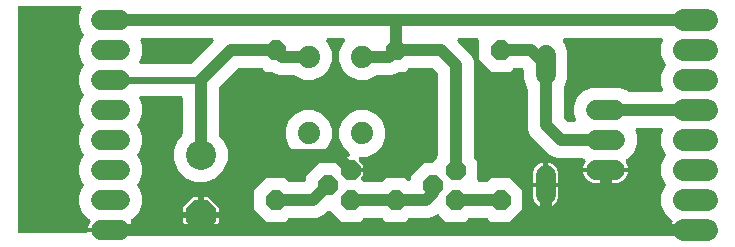
<source format=gbr>
From c3ca4f95bd59f69d45e582a4149327f57a360760 Mon Sep 17 00:00:00 2001
From: jaseg <git@jaseg.de>
Date: Sun, 30 Jan 2022 20:11:38 +0100
Subject: Rename gerbonara/gerber package to just gerbonara

---
 .../tests/resources/eagle-newer/copper_bottom.gbr  | 3030 --------------------
 1 file changed, 3030 deletions(-)
 delete mode 100644 gerbonara/gerber/tests/resources/eagle-newer/copper_bottom.gbr

(limited to 'gerbonara/gerber/tests/resources/eagle-newer/copper_bottom.gbr')

diff --git a/gerbonara/gerber/tests/resources/eagle-newer/copper_bottom.gbr b/gerbonara/gerber/tests/resources/eagle-newer/copper_bottom.gbr
deleted file mode 100644
index f1675de..0000000
--- a/gerbonara/gerber/tests/resources/eagle-newer/copper_bottom.gbr
+++ /dev/null
@@ -1,3030 +0,0 @@
-G04 EAGLE Gerber X2 export*
-G04 #@! %TF.Part,Single*
-G04 #@! %TF.FileFunction,Copper,L2,Bot,Mixed*
-G04 #@! %TF.FilePolarity,Positive*
-G04 #@! %TF.GenerationSoftware,Autodesk,EAGLE,9.0.0*
-G04 #@! %TF.CreationDate,2019-08-08T19:20:38Z*
-G75*
-%MOMM*%
-%FSLAX34Y34*%
-%LPD*%
-%AMOC8*
-5,1,8,0,0,1.08239X$1,22.5*%
-G01*
-%ADD10P,1.814519X8X112.500000*%
-%ADD11C,2.540000*%
-%ADD12P,2.749271X8X292.500000*%
-%ADD13P,1.814519X8X292.500000*%
-%ADD14C,1.676400*%
-%ADD15C,1.879600*%
-%ADD16C,1.879600*%
-%ADD17C,1.016000*%
-%ADD18C,0.609600*%
-
-G36*
-X67582Y10163D02*
-X67582Y10163D01*
-X67600Y10161D01*
-X67782Y10182D01*
-X67965Y10201D01*
-X67982Y10206D01*
-X67999Y10208D01*
-X68174Y10265D01*
-X68350Y10319D01*
-X68365Y10327D01*
-X68382Y10333D01*
-X68542Y10423D01*
-X68704Y10511D01*
-X68717Y10522D01*
-X68733Y10531D01*
-X68872Y10651D01*
-X68893Y10669D01*
-X88900Y10669D01*
-X108902Y10669D01*
-X108983Y10606D01*
-X109126Y10491D01*
-X109142Y10483D01*
-X109156Y10472D01*
-X109321Y10390D01*
-X109483Y10305D01*
-X109500Y10300D01*
-X109516Y10292D01*
-X109695Y10245D01*
-X109870Y10194D01*
-X109888Y10192D01*
-X109905Y10188D01*
-X110236Y10161D01*
-X153882Y10161D01*
-X153891Y10162D01*
-X153900Y10161D01*
-X154091Y10182D01*
-X154282Y10201D01*
-X154291Y10203D01*
-X154300Y10204D01*
-X154482Y10262D01*
-X154667Y10319D01*
-X154675Y10323D01*
-X154684Y10326D01*
-X154852Y10419D01*
-X155021Y10511D01*
-X155028Y10516D01*
-X155036Y10521D01*
-X155183Y10645D01*
-X155331Y10768D01*
-X155336Y10775D01*
-X155343Y10781D01*
-X155462Y10932D01*
-X155583Y11082D01*
-X155587Y11090D01*
-X155593Y11097D01*
-X155680Y11270D01*
-X155768Y11439D01*
-X155771Y11448D01*
-X155775Y11456D01*
-X155827Y11642D01*
-X155880Y11826D01*
-X155881Y11835D01*
-X155883Y11844D01*
-X155897Y12037D01*
-X155913Y12228D01*
-X155912Y12236D01*
-X155912Y12245D01*
-X155888Y12438D01*
-X155866Y12627D01*
-X155863Y12636D01*
-X155862Y12645D01*
-X155801Y12828D01*
-X155741Y13010D01*
-X155737Y13018D01*
-X155734Y13026D01*
-X155638Y13193D01*
-X155543Y13361D01*
-X155537Y13368D01*
-X155533Y13375D01*
-X155318Y13628D01*
-X149859Y19087D01*
-X149859Y22861D01*
-X162561Y22861D01*
-X162561Y12192D01*
-X162562Y12174D01*
-X162561Y12156D01*
-X162582Y11974D01*
-X162601Y11791D01*
-X162606Y11774D01*
-X162608Y11757D01*
-X162665Y11582D01*
-X162719Y11406D01*
-X162727Y11391D01*
-X162733Y11374D01*
-X162823Y11214D01*
-X162910Y11052D01*
-X162922Y11039D01*
-X162931Y11023D01*
-X163051Y10884D01*
-X163168Y10743D01*
-X163182Y10732D01*
-X163194Y10718D01*
-X163339Y10606D01*
-X163482Y10491D01*
-X163498Y10483D01*
-X163512Y10472D01*
-X163677Y10390D01*
-X163839Y10305D01*
-X163856Y10300D01*
-X163872Y10292D01*
-X164051Y10245D01*
-X164226Y10194D01*
-X164244Y10192D01*
-X164261Y10188D01*
-X164592Y10161D01*
-X165608Y10161D01*
-X165626Y10163D01*
-X165644Y10161D01*
-X165826Y10182D01*
-X166009Y10201D01*
-X166026Y10206D01*
-X166043Y10208D01*
-X166218Y10265D01*
-X166394Y10319D01*
-X166409Y10327D01*
-X166426Y10333D01*
-X166586Y10423D01*
-X166748Y10511D01*
-X166761Y10522D01*
-X166777Y10531D01*
-X166916Y10651D01*
-X167057Y10768D01*
-X167068Y10782D01*
-X167082Y10794D01*
-X167194Y10939D01*
-X167309Y11082D01*
-X167317Y11098D01*
-X167328Y11112D01*
-X167410Y11276D01*
-X167495Y11439D01*
-X167500Y11456D01*
-X167508Y11472D01*
-X167555Y11651D01*
-X167606Y11826D01*
-X167608Y11844D01*
-X167612Y11861D01*
-X167639Y12192D01*
-X167639Y22861D01*
-X180341Y22861D01*
-X180341Y19087D01*
-X174882Y13628D01*
-X174876Y13621D01*
-X174869Y13616D01*
-X174749Y13466D01*
-X174627Y13317D01*
-X174623Y13309D01*
-X174617Y13302D01*
-X174529Y13132D01*
-X174438Y12961D01*
-X174436Y12952D01*
-X174432Y12945D01*
-X174378Y12760D01*
-X174323Y12575D01*
-X174323Y12566D01*
-X174320Y12558D01*
-X174305Y12366D01*
-X174287Y12174D01*
-X174288Y12165D01*
-X174287Y12156D01*
-X174309Y11967D01*
-X174330Y11774D01*
-X174333Y11765D01*
-X174334Y11757D01*
-X174394Y11575D01*
-X174452Y11390D01*
-X174456Y11382D01*
-X174459Y11374D01*
-X174555Y11204D01*
-X174647Y11038D01*
-X174653Y11031D01*
-X174657Y11023D01*
-X174783Y10877D01*
-X174907Y10731D01*
-X174914Y10725D01*
-X174920Y10718D01*
-X175072Y10601D01*
-X175223Y10481D01*
-X175231Y10477D01*
-X175238Y10472D01*
-X175410Y10386D01*
-X175582Y10299D01*
-X175591Y10296D01*
-X175599Y10292D01*
-X175785Y10242D01*
-X175970Y10191D01*
-X175979Y10190D01*
-X175988Y10188D01*
-X176318Y10161D01*
-X583692Y10161D01*
-X583710Y10163D01*
-X583727Y10161D01*
-X583910Y10182D01*
-X584092Y10201D01*
-X584109Y10206D01*
-X584127Y10208D01*
-X584302Y10265D01*
-X584477Y10319D01*
-X584493Y10327D01*
-X584510Y10333D01*
-X584670Y10423D01*
-X584831Y10511D01*
-X584845Y10522D01*
-X584861Y10531D01*
-X585000Y10651D01*
-X585141Y10768D01*
-X585152Y10782D01*
-X585165Y10794D01*
-X585278Y10939D01*
-X585393Y11082D01*
-X585401Y11098D01*
-X585412Y11112D01*
-X585494Y11276D01*
-X585578Y11439D01*
-X585583Y11456D01*
-X585591Y11472D01*
-X585639Y11651D01*
-X585690Y11826D01*
-X585691Y11844D01*
-X585696Y11861D01*
-X585723Y12192D01*
-X585723Y13208D01*
-X585721Y13226D01*
-X585723Y13244D01*
-X585701Y13426D01*
-X585683Y13609D01*
-X585678Y13626D01*
-X585676Y13643D01*
-X585619Y13818D01*
-X585565Y13994D01*
-X585557Y14009D01*
-X585551Y14026D01*
-X585461Y14186D01*
-X585373Y14348D01*
-X585362Y14361D01*
-X585353Y14377D01*
-X585233Y14516D01*
-X585115Y14657D01*
-X585102Y14668D01*
-X585090Y14682D01*
-X584945Y14794D01*
-X584802Y14909D01*
-X584786Y14917D01*
-X584772Y14928D01*
-X584607Y15010D01*
-X584444Y15095D01*
-X584427Y15100D01*
-X584411Y15108D01*
-X584233Y15155D01*
-X584058Y15206D01*
-X584040Y15208D01*
-X584023Y15212D01*
-X583692Y15239D01*
-X563117Y15239D01*
-X563157Y15496D01*
-X563738Y17283D01*
-X564520Y18818D01*
-X564555Y18909D01*
-X564600Y18995D01*
-X564628Y19096D01*
-X564666Y19193D01*
-X564683Y19289D01*
-X564710Y19383D01*
-X564718Y19487D01*
-X564736Y19589D01*
-X564733Y19687D01*
-X564741Y19784D01*
-X564728Y19888D01*
-X564726Y19992D01*
-X564704Y20087D01*
-X564692Y20184D01*
-X564659Y20283D01*
-X564636Y20384D01*
-X564596Y20473D01*
-X564566Y20566D01*
-X564514Y20657D01*
-X564471Y20752D01*
-X564415Y20831D01*
-X564366Y20916D01*
-X564298Y20994D01*
-X564237Y21079D01*
-X564166Y21146D01*
-X564102Y21219D01*
-X564019Y21283D01*
-X563943Y21354D01*
-X563860Y21405D01*
-X563783Y21465D01*
-X563771Y21471D01*
-X558221Y27021D01*
-X555243Y34209D01*
-X555243Y41991D01*
-X558221Y49179D01*
-X558405Y49364D01*
-X558417Y49377D01*
-X558430Y49389D01*
-X558544Y49533D01*
-X558660Y49675D01*
-X558669Y49691D01*
-X558680Y49705D01*
-X558763Y49869D01*
-X558849Y50031D01*
-X558854Y50048D01*
-X558862Y50064D01*
-X558912Y50241D01*
-X558964Y50417D01*
-X558965Y50434D01*
-X558970Y50452D01*
-X558984Y50635D01*
-X559000Y50818D01*
-X558998Y50835D01*
-X559000Y50853D01*
-X558977Y51036D01*
-X558957Y51218D01*
-X558952Y51235D01*
-X558949Y51253D01*
-X558891Y51427D01*
-X558835Y51602D01*
-X558827Y51617D01*
-X558821Y51634D01*
-X558729Y51794D01*
-X558641Y51954D01*
-X558629Y51968D01*
-X558620Y51983D01*
-X558405Y52236D01*
-X558221Y52421D01*
-X555243Y59609D01*
-X555243Y67391D01*
-X558221Y74579D01*
-X558405Y74764D01*
-X558417Y74777D01*
-X558430Y74789D01*
-X558544Y74933D01*
-X558660Y75075D01*
-X558669Y75091D01*
-X558680Y75105D01*
-X558763Y75269D01*
-X558849Y75431D01*
-X558854Y75448D01*
-X558862Y75464D01*
-X558912Y75641D01*
-X558964Y75817D01*
-X558965Y75834D01*
-X558970Y75852D01*
-X558984Y76035D01*
-X559000Y76218D01*
-X558998Y76235D01*
-X559000Y76253D01*
-X558977Y76436D01*
-X558957Y76618D01*
-X558952Y76635D01*
-X558949Y76653D01*
-X558891Y76827D01*
-X558835Y77002D01*
-X558827Y77017D01*
-X558821Y77034D01*
-X558729Y77194D01*
-X558641Y77354D01*
-X558629Y77368D01*
-X558620Y77383D01*
-X558405Y77636D01*
-X558221Y77821D01*
-X555243Y85009D01*
-X555243Y92790D01*
-X556677Y96251D01*
-X556680Y96264D01*
-X556687Y96275D01*
-X556738Y96455D01*
-X556793Y96636D01*
-X556794Y96649D01*
-X556798Y96662D01*
-X556813Y96850D01*
-X556831Y97037D01*
-X556830Y97050D01*
-X556831Y97064D01*
-X556809Y97250D01*
-X556790Y97437D01*
-X556785Y97450D01*
-X556784Y97463D01*
-X556726Y97642D01*
-X556670Y97822D01*
-X556663Y97833D01*
-X556659Y97846D01*
-X556566Y98011D01*
-X556476Y98175D01*
-X556468Y98185D01*
-X556461Y98197D01*
-X556338Y98339D01*
-X556217Y98483D01*
-X556207Y98491D01*
-X556198Y98502D01*
-X556050Y98616D01*
-X555902Y98734D01*
-X555890Y98740D01*
-X555880Y98748D01*
-X555712Y98832D01*
-X555544Y98918D01*
-X555531Y98922D01*
-X555519Y98928D01*
-X555337Y98977D01*
-X555157Y99028D01*
-X555144Y99029D01*
-X555131Y99032D01*
-X554800Y99059D01*
-X535284Y99059D01*
-X535271Y99058D01*
-X535258Y99059D01*
-X535072Y99038D01*
-X534884Y99019D01*
-X534871Y99015D01*
-X534858Y99014D01*
-X534679Y98956D01*
-X534499Y98901D01*
-X534487Y98895D01*
-X534474Y98891D01*
-X534310Y98799D01*
-X534145Y98709D01*
-X534135Y98701D01*
-X534123Y98694D01*
-X533980Y98572D01*
-X533836Y98452D01*
-X533827Y98441D01*
-X533817Y98433D01*
-X533701Y98284D01*
-X533583Y98138D01*
-X533577Y98126D01*
-X533569Y98116D01*
-X533484Y97947D01*
-X533398Y97781D01*
-X533394Y97768D01*
-X533388Y97756D01*
-X533338Y97574D01*
-X533286Y97394D01*
-X533285Y97380D01*
-X533282Y97367D01*
-X533269Y97179D01*
-X533253Y96992D01*
-X533255Y96979D01*
-X533254Y96966D01*
-X533279Y96778D01*
-X533300Y96593D01*
-X533304Y96580D01*
-X533306Y96567D01*
-X533408Y96251D01*
-X534925Y92588D01*
-X534925Y85212D01*
-X532102Y78396D01*
-X526886Y73180D01*
-X526164Y72881D01*
-X526115Y72855D01*
-X526063Y72836D01*
-X525938Y72760D01*
-X525809Y72691D01*
-X525766Y72656D01*
-X525719Y72627D01*
-X525612Y72528D01*
-X525499Y72435D01*
-X525464Y72392D01*
-X525423Y72354D01*
-X525337Y72236D01*
-X525245Y72122D01*
-X525219Y72073D01*
-X525187Y72028D01*
-X525126Y71895D01*
-X525058Y71766D01*
-X525043Y71712D01*
-X525019Y71662D01*
-X524986Y71519D01*
-X524945Y71379D01*
-X524940Y71324D01*
-X524928Y71270D01*
-X524923Y71123D01*
-X524910Y70978D01*
-X524917Y70923D01*
-X524915Y70867D01*
-X524939Y70723D01*
-X524956Y70578D01*
-X524973Y70525D01*
-X524982Y70470D01*
-X525034Y70334D01*
-X525079Y70195D01*
-X525106Y70146D01*
-X525126Y70094D01*
-X525237Y69911D01*
-X525275Y69843D01*
-X525287Y69830D01*
-X525298Y69811D01*
-X525724Y69225D01*
-X526504Y67693D01*
-X527036Y66058D01*
-X527119Y65531D01*
-X508000Y65531D01*
-X488881Y65531D01*
-X488964Y66058D01*
-X489496Y67693D01*
-X490276Y69225D01*
-X490702Y69811D01*
-X490730Y69859D01*
-X490765Y69902D01*
-X490831Y70032D01*
-X490905Y70158D01*
-X490923Y70211D01*
-X490948Y70260D01*
-X490988Y70401D01*
-X491036Y70539D01*
-X491043Y70594D01*
-X491058Y70648D01*
-X491069Y70793D01*
-X491089Y70938D01*
-X491085Y70994D01*
-X491089Y71049D01*
-X491072Y71194D01*
-X491062Y71340D01*
-X491047Y71394D01*
-X491041Y71449D01*
-X490995Y71587D01*
-X490956Y71728D01*
-X490932Y71778D01*
-X490914Y71831D01*
-X490842Y71958D01*
-X490776Y72089D01*
-X490742Y72132D01*
-X490715Y72181D01*
-X490619Y72291D01*
-X490529Y72406D01*
-X490487Y72442D01*
-X490450Y72484D01*
-X490334Y72573D01*
-X490224Y72669D01*
-X490175Y72696D01*
-X490131Y72730D01*
-X489940Y72828D01*
-X489873Y72866D01*
-X489856Y72871D01*
-X489836Y72881D01*
-X489064Y73201D01*
-X489054Y73209D01*
-X488919Y73319D01*
-X488895Y73332D01*
-X488874Y73348D01*
-X488717Y73426D01*
-X488563Y73508D01*
-X488538Y73516D01*
-X488513Y73528D01*
-X488344Y73573D01*
-X488177Y73623D01*
-X488151Y73625D01*
-X488125Y73632D01*
-X487794Y73659D01*
-X466868Y73659D01*
-X461267Y75980D01*
-X444280Y92967D01*
-X441959Y98568D01*
-X441959Y132194D01*
-X441957Y132221D01*
-X441959Y132247D01*
-X441937Y132421D01*
-X441919Y132595D01*
-X441912Y132620D01*
-X441908Y132647D01*
-X441853Y132812D01*
-X441801Y132979D01*
-X441788Y133003D01*
-X441780Y133028D01*
-X441693Y133180D01*
-X441609Y133334D01*
-X441592Y133354D01*
-X441579Y133377D01*
-X441497Y133474D01*
-X438657Y140330D01*
-X438657Y147828D01*
-X438655Y147846D01*
-X438657Y147864D01*
-X438636Y148046D01*
-X438617Y148229D01*
-X438612Y148246D01*
-X438610Y148263D01*
-X438553Y148438D01*
-X438499Y148614D01*
-X438491Y148629D01*
-X438485Y148646D01*
-X438395Y148806D01*
-X438307Y148968D01*
-X438296Y148981D01*
-X438287Y148997D01*
-X438167Y149136D01*
-X438050Y149277D01*
-X438036Y149288D01*
-X438024Y149302D01*
-X437879Y149414D01*
-X437736Y149529D01*
-X437720Y149537D01*
-X437706Y149548D01*
-X437541Y149630D01*
-X437379Y149715D01*
-X437362Y149720D01*
-X437346Y149728D01*
-X437167Y149775D01*
-X436992Y149826D01*
-X436974Y149828D01*
-X436957Y149832D01*
-X436626Y149859D01*
-X430924Y149859D01*
-X430897Y149857D01*
-X430871Y149859D01*
-X430697Y149837D01*
-X430523Y149819D01*
-X430498Y149812D01*
-X430471Y149808D01*
-X430306Y149753D01*
-X430138Y149701D01*
-X430115Y149688D01*
-X430090Y149680D01*
-X429938Y149593D01*
-X429784Y149509D01*
-X429764Y149492D01*
-X429741Y149479D01*
-X429488Y149264D01*
-X426781Y146557D01*
-X411419Y146557D01*
-X400557Y157419D01*
-X400557Y173228D01*
-X400555Y173246D01*
-X400557Y173264D01*
-X400536Y173446D01*
-X400517Y173629D01*
-X400512Y173646D01*
-X400510Y173663D01*
-X400453Y173838D01*
-X400399Y174014D01*
-X400391Y174029D01*
-X400385Y174046D01*
-X400295Y174206D01*
-X400207Y174368D01*
-X400196Y174381D01*
-X400187Y174397D01*
-X400067Y174536D01*
-X399950Y174677D01*
-X399936Y174688D01*
-X399924Y174702D01*
-X399779Y174814D01*
-X399636Y174929D01*
-X399620Y174937D01*
-X399606Y174948D01*
-X399441Y175030D01*
-X399279Y175115D01*
-X399262Y175120D01*
-X399246Y175128D01*
-X399067Y175175D01*
-X398892Y175226D01*
-X398874Y175228D01*
-X398857Y175232D01*
-X398526Y175259D01*
-X384598Y175259D01*
-X384589Y175258D01*
-X384580Y175259D01*
-X384387Y175238D01*
-X384198Y175219D01*
-X384189Y175217D01*
-X384180Y175216D01*
-X383997Y175158D01*
-X383813Y175101D01*
-X383805Y175097D01*
-X383796Y175094D01*
-X383629Y175002D01*
-X383459Y174909D01*
-X383452Y174904D01*
-X383444Y174899D01*
-X383296Y174774D01*
-X383149Y174652D01*
-X383144Y174645D01*
-X383137Y174639D01*
-X383017Y174487D01*
-X382897Y174338D01*
-X382893Y174330D01*
-X382887Y174323D01*
-X382800Y174150D01*
-X382712Y173981D01*
-X382709Y173972D01*
-X382705Y173964D01*
-X382653Y173778D01*
-X382600Y173594D01*
-X382599Y173585D01*
-X382597Y173576D01*
-X382583Y173383D01*
-X382567Y173192D01*
-X382568Y173184D01*
-X382568Y173175D01*
-X382592Y172982D01*
-X382614Y172793D01*
-X382617Y172784D01*
-X382618Y172775D01*
-X382679Y172592D01*
-X382739Y172410D01*
-X382743Y172402D01*
-X382746Y172394D01*
-X382842Y172227D01*
-X382937Y172059D01*
-X382943Y172052D01*
-X382947Y172045D01*
-X383162Y171792D01*
-X393920Y161033D01*
-X396241Y155432D01*
-X396241Y75324D01*
-X396243Y75297D01*
-X396241Y75271D01*
-X396263Y75097D01*
-X396281Y74923D01*
-X396288Y74898D01*
-X396292Y74871D01*
-X396348Y74705D01*
-X396399Y74538D01*
-X396412Y74515D01*
-X396420Y74490D01*
-X396507Y74338D01*
-X396591Y74184D01*
-X396608Y74164D01*
-X396621Y74141D01*
-X396836Y73888D01*
-X399543Y71181D01*
-X399543Y55372D01*
-X399545Y55354D01*
-X399543Y55336D01*
-X399564Y55154D01*
-X399583Y54971D01*
-X399588Y54954D01*
-X399590Y54937D01*
-X399647Y54762D01*
-X399701Y54586D01*
-X399709Y54571D01*
-X399715Y54554D01*
-X399805Y54394D01*
-X399893Y54232D01*
-X399904Y54219D01*
-X399913Y54203D01*
-X400033Y54064D01*
-X400150Y53923D01*
-X400164Y53912D01*
-X400176Y53898D01*
-X400321Y53786D01*
-X400464Y53671D01*
-X400480Y53663D01*
-X400494Y53652D01*
-X400659Y53570D01*
-X400821Y53485D01*
-X400838Y53480D01*
-X400854Y53472D01*
-X401033Y53425D01*
-X401208Y53374D01*
-X401226Y53372D01*
-X401243Y53368D01*
-X401574Y53341D01*
-X407276Y53341D01*
-X407303Y53343D01*
-X407329Y53341D01*
-X407503Y53363D01*
-X407677Y53381D01*
-X407702Y53388D01*
-X407729Y53392D01*
-X407894Y53447D01*
-X408062Y53499D01*
-X408085Y53512D01*
-X408110Y53520D01*
-X408262Y53607D01*
-X408416Y53691D01*
-X408436Y53708D01*
-X408459Y53721D01*
-X408712Y53936D01*
-X411419Y56643D01*
-X426781Y56643D01*
-X437643Y45781D01*
-X437643Y30419D01*
-X426781Y19557D01*
-X411419Y19557D01*
-X408712Y22264D01*
-X408692Y22281D01*
-X408674Y22302D01*
-X408536Y22409D01*
-X408401Y22519D01*
-X408377Y22532D01*
-X408356Y22548D01*
-X408199Y22626D01*
-X408045Y22708D01*
-X408020Y22716D01*
-X407995Y22728D01*
-X407826Y22773D01*
-X407659Y22823D01*
-X407633Y22825D01*
-X407607Y22832D01*
-X407276Y22859D01*
-X392824Y22859D01*
-X392797Y22857D01*
-X392771Y22859D01*
-X392597Y22837D01*
-X392423Y22819D01*
-X392398Y22812D01*
-X392371Y22808D01*
-X392205Y22752D01*
-X392038Y22701D01*
-X392015Y22688D01*
-X391990Y22680D01*
-X391838Y22593D01*
-X391684Y22509D01*
-X391664Y22492D01*
-X391641Y22479D01*
-X391388Y22264D01*
-X388681Y19557D01*
-X373319Y19557D01*
-X367401Y25475D01*
-X367388Y25487D01*
-X367376Y25500D01*
-X367232Y25614D01*
-X367090Y25730D01*
-X367074Y25739D01*
-X367060Y25750D01*
-X366896Y25833D01*
-X366734Y25919D01*
-X366717Y25924D01*
-X366701Y25932D01*
-X366524Y25982D01*
-X366348Y26034D01*
-X366331Y26035D01*
-X366313Y26040D01*
-X366130Y26053D01*
-X365947Y26070D01*
-X365930Y26068D01*
-X365912Y26069D01*
-X365730Y26047D01*
-X365547Y26027D01*
-X365530Y26021D01*
-X365512Y26019D01*
-X365339Y25961D01*
-X365163Y25905D01*
-X365148Y25897D01*
-X365131Y25891D01*
-X364971Y25799D01*
-X364811Y25710D01*
-X364797Y25699D01*
-X364782Y25690D01*
-X364529Y25475D01*
-X364233Y25179D01*
-X358632Y22859D01*
-X342024Y22859D01*
-X341997Y22857D01*
-X341971Y22859D01*
-X341797Y22837D01*
-X341623Y22819D01*
-X341598Y22812D01*
-X341571Y22808D01*
-X341406Y22753D01*
-X341238Y22701D01*
-X341215Y22688D01*
-X341190Y22680D01*
-X341038Y22593D01*
-X340884Y22509D01*
-X340864Y22492D01*
-X340841Y22479D01*
-X340588Y22264D01*
-X337881Y19557D01*
-X322519Y19557D01*
-X319812Y22264D01*
-X319792Y22281D01*
-X319774Y22302D01*
-X319636Y22409D01*
-X319501Y22519D01*
-X319477Y22532D01*
-X319456Y22548D01*
-X319299Y22626D01*
-X319145Y22708D01*
-X319120Y22716D01*
-X319095Y22728D01*
-X318926Y22773D01*
-X318759Y22823D01*
-X318733Y22825D01*
-X318707Y22832D01*
-X318376Y22859D01*
-X303924Y22859D01*
-X303897Y22857D01*
-X303871Y22859D01*
-X303697Y22837D01*
-X303523Y22819D01*
-X303498Y22812D01*
-X303471Y22808D01*
-X303306Y22753D01*
-X303138Y22701D01*
-X303115Y22688D01*
-X303090Y22680D01*
-X302938Y22593D01*
-X302784Y22509D01*
-X302764Y22492D01*
-X302741Y22479D01*
-X302488Y22264D01*
-X299781Y19557D01*
-X284419Y19557D01*
-X275326Y28650D01*
-X275313Y28662D01*
-X275301Y28675D01*
-X275157Y28789D01*
-X275015Y28905D01*
-X274999Y28914D01*
-X274985Y28925D01*
-X274821Y29008D01*
-X274659Y29094D01*
-X274642Y29099D01*
-X274626Y29107D01*
-X274449Y29156D01*
-X274273Y29209D01*
-X274256Y29210D01*
-X274238Y29215D01*
-X274055Y29228D01*
-X273872Y29245D01*
-X273855Y29243D01*
-X273837Y29244D01*
-X273655Y29221D01*
-X273472Y29202D01*
-X273455Y29196D01*
-X273437Y29194D01*
-X273264Y29136D01*
-X273088Y29080D01*
-X273073Y29071D01*
-X273056Y29066D01*
-X272896Y28974D01*
-X272736Y28885D01*
-X272722Y28874D01*
-X272707Y28865D01*
-X272454Y28650D01*
-X268983Y25180D01*
-X263382Y22859D01*
-X240424Y22859D01*
-X240397Y22857D01*
-X240371Y22859D01*
-X240197Y22837D01*
-X240023Y22819D01*
-X239998Y22812D01*
-X239971Y22808D01*
-X239806Y22753D01*
-X239638Y22701D01*
-X239615Y22688D01*
-X239590Y22680D01*
-X239438Y22593D01*
-X239284Y22509D01*
-X239264Y22492D01*
-X239241Y22479D01*
-X238988Y22264D01*
-X236281Y19557D01*
-X220919Y19557D01*
-X210057Y30419D01*
-X210057Y45781D01*
-X220919Y56643D01*
-X236281Y56643D01*
-X238988Y53936D01*
-X239008Y53919D01*
-X239026Y53898D01*
-X239164Y53791D01*
-X239299Y53681D01*
-X239323Y53668D01*
-X239344Y53652D01*
-X239501Y53574D01*
-X239655Y53492D01*
-X239680Y53484D01*
-X239705Y53472D01*
-X239874Y53427D01*
-X240041Y53377D01*
-X240067Y53375D01*
-X240093Y53368D01*
-X240424Y53341D01*
-X252476Y53341D01*
-X252494Y53343D01*
-X252512Y53341D01*
-X252694Y53362D01*
-X252877Y53381D01*
-X252894Y53386D01*
-X252911Y53388D01*
-X253086Y53445D01*
-X253262Y53499D01*
-X253277Y53507D01*
-X253294Y53513D01*
-X253454Y53603D01*
-X253616Y53691D01*
-X253629Y53702D01*
-X253645Y53711D01*
-X253784Y53831D01*
-X253925Y53948D01*
-X253936Y53962D01*
-X253950Y53974D01*
-X254062Y54119D01*
-X254177Y54262D01*
-X254185Y54278D01*
-X254196Y54292D01*
-X254278Y54457D01*
-X254363Y54619D01*
-X254368Y54636D01*
-X254376Y54652D01*
-X254423Y54831D01*
-X254474Y55006D01*
-X254476Y55024D01*
-X254480Y55041D01*
-X254507Y55372D01*
-X254507Y58481D01*
-X265369Y69343D01*
-X281214Y69343D01*
-X281230Y69338D01*
-X281248Y69336D01*
-X281265Y69332D01*
-X281448Y69318D01*
-X281631Y69302D01*
-X281649Y69304D01*
-X281666Y69302D01*
-X281849Y69325D01*
-X282031Y69345D01*
-X282048Y69350D01*
-X282066Y69353D01*
-X282239Y69411D01*
-X282415Y69467D01*
-X282431Y69475D01*
-X282448Y69481D01*
-X282607Y69573D01*
-X282767Y69661D01*
-X282781Y69673D01*
-X282796Y69682D01*
-X283049Y69897D01*
-X287576Y74423D01*
-X289507Y74423D01*
-X289516Y74424D01*
-X289525Y74423D01*
-X289717Y74444D01*
-X289908Y74463D01*
-X289916Y74465D01*
-X289925Y74466D01*
-X290108Y74524D01*
-X290293Y74581D01*
-X290301Y74585D01*
-X290309Y74588D01*
-X290477Y74681D01*
-X290647Y74773D01*
-X290654Y74778D01*
-X290661Y74783D01*
-X290808Y74907D01*
-X290956Y75030D01*
-X290962Y75037D01*
-X290968Y75043D01*
-X291087Y75194D01*
-X291208Y75344D01*
-X291212Y75352D01*
-X291218Y75359D01*
-X291306Y75532D01*
-X291394Y75701D01*
-X291396Y75710D01*
-X291400Y75718D01*
-X291452Y75904D01*
-X291505Y76088D01*
-X291506Y76097D01*
-X291508Y76106D01*
-X291522Y76299D01*
-X291538Y76490D01*
-X291537Y76498D01*
-X291538Y76507D01*
-X291513Y76700D01*
-X291491Y76889D01*
-X291488Y76898D01*
-X291487Y76907D01*
-X291426Y77090D01*
-X291366Y77272D01*
-X291362Y77280D01*
-X291359Y77288D01*
-X291263Y77455D01*
-X291168Y77623D01*
-X291163Y77630D01*
-X291158Y77637D01*
-X290943Y77890D01*
-X285425Y83409D01*
-X282447Y90597D01*
-X282447Y98379D01*
-X285425Y105567D01*
-X290927Y111069D01*
-X297791Y113912D01*
-X297791Y113913D01*
-X297792Y113913D01*
-X298115Y114047D01*
-X305897Y114047D01*
-X313085Y111069D01*
-X318587Y105567D01*
-X321565Y98379D01*
-X321565Y90597D01*
-X318587Y83409D01*
-X313085Y77907D01*
-X310978Y77034D01*
-X305897Y74929D01*
-X301022Y74929D01*
-X301013Y74928D01*
-X301004Y74929D01*
-X300812Y74908D01*
-X300621Y74889D01*
-X300612Y74887D01*
-X300604Y74886D01*
-X300421Y74828D01*
-X300236Y74771D01*
-X300228Y74767D01*
-X300220Y74764D01*
-X300051Y74671D01*
-X299882Y74579D01*
-X299875Y74574D01*
-X299867Y74569D01*
-X299720Y74445D01*
-X299573Y74322D01*
-X299567Y74315D01*
-X299560Y74309D01*
-X299441Y74158D01*
-X299320Y74008D01*
-X299316Y74000D01*
-X299311Y73993D01*
-X299223Y73820D01*
-X299135Y73651D01*
-X299133Y73642D01*
-X299128Y73634D01*
-X299077Y73448D01*
-X299024Y73264D01*
-X299023Y73255D01*
-X299020Y73246D01*
-X299006Y73053D01*
-X298991Y72862D01*
-X298992Y72854D01*
-X298991Y72845D01*
-X299015Y72652D01*
-X299038Y72463D01*
-X299040Y72454D01*
-X299041Y72445D01*
-X299103Y72262D01*
-X299162Y72080D01*
-X299167Y72072D01*
-X299170Y72064D01*
-X299266Y71897D01*
-X299360Y71729D01*
-X299366Y71722D01*
-X299371Y71715D01*
-X299585Y71462D01*
-X303023Y68024D01*
-X303023Y65531D01*
-X292100Y65531D01*
-X292083Y65530D01*
-X292065Y65531D01*
-X291882Y65510D01*
-X291700Y65491D01*
-X291683Y65486D01*
-X291665Y65484D01*
-X291490Y65427D01*
-X291315Y65373D01*
-X291299Y65365D01*
-X291282Y65359D01*
-X291122Y65269D01*
-X290961Y65182D01*
-X290947Y65170D01*
-X290932Y65161D01*
-X290792Y65041D01*
-X290652Y64924D01*
-X290640Y64910D01*
-X290627Y64898D01*
-X290514Y64753D01*
-X290399Y64610D01*
-X290391Y64594D01*
-X290380Y64580D01*
-X290298Y64415D01*
-X290214Y64253D01*
-X290209Y64236D01*
-X290201Y64220D01*
-X290153Y64042D01*
-X290102Y63866D01*
-X290101Y63848D01*
-X290096Y63831D01*
-X290069Y63500D01*
-X290071Y63482D01*
-X290069Y63465D01*
-X290069Y63464D01*
-X290091Y63282D01*
-X290109Y63099D01*
-X290114Y63082D01*
-X290116Y63064D01*
-X290173Y62890D01*
-X290227Y62714D01*
-X290236Y62699D01*
-X290241Y62682D01*
-X290332Y62521D01*
-X290419Y62360D01*
-X290430Y62347D01*
-X290439Y62331D01*
-X290559Y62192D01*
-X290677Y62051D01*
-X290691Y62040D01*
-X290702Y62026D01*
-X290847Y61914D01*
-X290990Y61799D01*
-X291006Y61790D01*
-X291020Y61780D01*
-X291185Y61698D01*
-X291348Y61613D01*
-X291365Y61608D01*
-X291381Y61600D01*
-X291559Y61552D01*
-X291735Y61502D01*
-X291752Y61500D01*
-X291770Y61496D01*
-X292100Y61469D01*
-X303023Y61469D01*
-X303023Y58976D01*
-X301672Y57624D01*
-X301660Y57611D01*
-X301647Y57599D01*
-X301533Y57455D01*
-X301416Y57313D01*
-X301408Y57297D01*
-X301397Y57283D01*
-X301314Y57119D01*
-X301228Y56957D01*
-X301223Y56940D01*
-X301215Y56924D01*
-X301165Y56747D01*
-X301113Y56571D01*
-X301111Y56554D01*
-X301107Y56536D01*
-X301093Y56353D01*
-X301077Y56170D01*
-X301079Y56153D01*
-X301077Y56135D01*
-X301100Y55953D01*
-X301120Y55770D01*
-X301125Y55753D01*
-X301128Y55735D01*
-X301186Y55562D01*
-X301242Y55386D01*
-X301250Y55371D01*
-X301256Y55354D01*
-X301347Y55195D01*
-X301436Y55034D01*
-X301448Y55020D01*
-X301457Y55005D01*
-X301672Y54752D01*
-X302488Y53936D01*
-X302508Y53919D01*
-X302526Y53898D01*
-X302664Y53791D01*
-X302799Y53681D01*
-X302823Y53668D01*
-X302844Y53652D01*
-X303001Y53574D01*
-X303155Y53492D01*
-X303180Y53484D01*
-X303205Y53472D01*
-X303374Y53427D01*
-X303541Y53377D01*
-X303567Y53375D01*
-X303593Y53368D01*
-X303924Y53341D01*
-X318376Y53341D01*
-X318403Y53343D01*
-X318429Y53341D01*
-X318603Y53363D01*
-X318777Y53381D01*
-X318802Y53388D01*
-X318829Y53392D01*
-X318994Y53447D01*
-X319162Y53499D01*
-X319185Y53512D01*
-X319210Y53520D01*
-X319362Y53607D01*
-X319516Y53691D01*
-X319536Y53708D01*
-X319559Y53721D01*
-X319812Y53936D01*
-X322519Y56643D01*
-X337881Y56643D01*
-X339940Y54584D01*
-X339947Y54578D01*
-X339952Y54571D01*
-X340102Y54451D01*
-X340251Y54329D01*
-X340259Y54324D01*
-X340266Y54319D01*
-X340436Y54230D01*
-X340607Y54140D01*
-X340616Y54137D01*
-X340623Y54133D01*
-X340808Y54080D01*
-X340993Y54025D01*
-X341002Y54024D01*
-X341010Y54022D01*
-X341201Y54006D01*
-X341394Y53989D01*
-X341403Y53990D01*
-X341412Y53989D01*
-X341601Y54011D01*
-X341794Y54032D01*
-X341803Y54035D01*
-X341811Y54036D01*
-X341993Y54095D01*
-X342178Y54154D01*
-X342186Y54158D01*
-X342194Y54161D01*
-X342363Y54256D01*
-X342530Y54349D01*
-X342537Y54354D01*
-X342545Y54359D01*
-X342691Y54485D01*
-X342837Y54609D01*
-X342843Y54616D01*
-X342850Y54622D01*
-X342967Y54773D01*
-X343087Y54925D01*
-X343091Y54933D01*
-X343096Y54940D01*
-X343182Y55112D01*
-X343269Y55284D01*
-X343272Y55292D01*
-X343276Y55300D01*
-X343326Y55486D01*
-X343377Y55672D01*
-X343378Y55681D01*
-X343380Y55689D01*
-X343407Y56020D01*
-X343407Y58481D01*
-X354269Y69343D01*
-X360426Y69343D01*
-X360444Y69345D01*
-X360462Y69343D01*
-X360644Y69364D01*
-X360827Y69383D01*
-X360844Y69388D01*
-X360861Y69390D01*
-X361036Y69447D01*
-X361212Y69501D01*
-X361227Y69509D01*
-X361244Y69515D01*
-X361404Y69605D01*
-X361566Y69693D01*
-X361579Y69704D01*
-X361595Y69713D01*
-X361734Y69833D01*
-X361875Y69950D01*
-X361886Y69964D01*
-X361900Y69976D01*
-X362012Y70121D01*
-X362127Y70264D01*
-X362135Y70280D01*
-X362146Y70294D01*
-X362228Y70459D01*
-X362313Y70621D01*
-X362318Y70638D01*
-X362326Y70654D01*
-X362373Y70833D01*
-X362424Y71008D01*
-X362426Y71026D01*
-X362430Y71043D01*
-X362440Y71163D01*
-X365164Y73888D01*
-X365181Y73908D01*
-X365202Y73926D01*
-X365309Y74064D01*
-X365419Y74199D01*
-X365432Y74223D01*
-X365448Y74244D01*
-X365526Y74401D01*
-X365608Y74555D01*
-X365616Y74580D01*
-X365628Y74604D01*
-X365673Y74774D01*
-X365723Y74941D01*
-X365725Y74967D01*
-X365732Y74993D01*
-X365759Y75324D01*
-X365759Y145246D01*
-X365757Y145272D01*
-X365759Y145299D01*
-X365737Y145473D01*
-X365719Y145646D01*
-X365712Y145672D01*
-X365708Y145698D01*
-X365653Y145864D01*
-X365601Y146031D01*
-X365588Y146055D01*
-X365580Y146080D01*
-X365493Y146232D01*
-X365409Y146385D01*
-X365392Y146406D01*
-X365379Y146429D01*
-X365164Y146682D01*
-X362582Y149264D01*
-X362561Y149281D01*
-X362544Y149302D01*
-X362406Y149409D01*
-X362271Y149519D01*
-X362247Y149532D01*
-X362226Y149548D01*
-X362069Y149626D01*
-X361915Y149708D01*
-X361889Y149716D01*
-X361865Y149728D01*
-X361696Y149773D01*
-X361529Y149823D01*
-X361502Y149825D01*
-X361476Y149832D01*
-X361146Y149859D01*
-X342024Y149859D01*
-X341997Y149857D01*
-X341971Y149859D01*
-X341797Y149837D01*
-X341623Y149819D01*
-X341598Y149812D01*
-X341571Y149808D01*
-X341405Y149752D01*
-X341238Y149701D01*
-X341215Y149688D01*
-X341190Y149680D01*
-X341038Y149593D01*
-X340884Y149509D01*
-X340864Y149492D01*
-X340841Y149479D01*
-X340588Y149264D01*
-X337881Y146557D01*
-X333567Y146557D01*
-X333536Y146554D01*
-X333504Y146556D01*
-X333335Y146534D01*
-X333166Y146517D01*
-X333136Y146508D01*
-X333105Y146504D01*
-X332789Y146403D01*
-X327644Y144271D01*
-X315267Y144271D01*
-X315240Y144269D01*
-X315214Y144271D01*
-X315040Y144249D01*
-X314866Y144231D01*
-X314841Y144224D01*
-X314814Y144220D01*
-X314648Y144165D01*
-X314481Y144113D01*
-X314458Y144100D01*
-X314432Y144092D01*
-X314281Y144005D01*
-X314127Y143921D01*
-X314107Y143904D01*
-X314084Y143891D01*
-X313831Y143676D01*
-X313085Y142931D01*
-X305897Y139953D01*
-X298115Y139953D01*
-X290927Y142931D01*
-X285425Y148433D01*
-X282447Y155621D01*
-X282447Y163403D01*
-X285425Y170591D01*
-X286625Y171792D01*
-X286631Y171799D01*
-X286638Y171804D01*
-X286759Y171955D01*
-X286881Y172103D01*
-X286885Y172111D01*
-X286890Y172118D01*
-X286979Y172288D01*
-X287069Y172459D01*
-X287072Y172468D01*
-X287076Y172475D01*
-X287129Y172660D01*
-X287184Y172845D01*
-X287185Y172854D01*
-X287187Y172862D01*
-X287203Y173053D01*
-X287220Y173246D01*
-X287219Y173255D01*
-X287220Y173264D01*
-X287198Y173453D01*
-X287177Y173646D01*
-X287174Y173655D01*
-X287173Y173663D01*
-X287114Y173845D01*
-X287055Y174030D01*
-X287051Y174038D01*
-X287048Y174046D01*
-X286954Y174213D01*
-X286861Y174382D01*
-X286855Y174389D01*
-X286850Y174397D01*
-X286725Y174542D01*
-X286600Y174689D01*
-X286593Y174695D01*
-X286587Y174702D01*
-X286437Y174818D01*
-X286284Y174939D01*
-X286276Y174943D01*
-X286269Y174948D01*
-X286099Y175033D01*
-X285925Y175121D01*
-X285917Y175124D01*
-X285909Y175128D01*
-X285723Y175177D01*
-X285537Y175229D01*
-X285528Y175230D01*
-X285520Y175232D01*
-X285189Y175259D01*
-X273611Y175259D01*
-X273602Y175258D01*
-X273593Y175259D01*
-X273401Y175238D01*
-X273210Y175219D01*
-X273202Y175217D01*
-X273193Y175216D01*
-X273010Y175158D01*
-X272825Y175101D01*
-X272817Y175097D01*
-X272809Y175094D01*
-X272641Y175001D01*
-X272471Y174909D01*
-X272464Y174904D01*
-X272457Y174899D01*
-X272309Y174774D01*
-X272162Y174652D01*
-X272156Y174645D01*
-X272150Y174639D01*
-X272030Y174487D01*
-X271910Y174338D01*
-X271906Y174330D01*
-X271900Y174323D01*
-X271813Y174151D01*
-X271724Y173981D01*
-X271722Y173972D01*
-X271718Y173964D01*
-X271666Y173778D01*
-X271613Y173594D01*
-X271612Y173585D01*
-X271610Y173576D01*
-X271596Y173384D01*
-X271580Y173192D01*
-X271581Y173184D01*
-X271580Y173175D01*
-X271605Y172982D01*
-X271627Y172793D01*
-X271630Y172784D01*
-X271631Y172775D01*
-X271692Y172592D01*
-X271752Y172410D01*
-X271756Y172402D01*
-X271759Y172394D01*
-X271854Y172228D01*
-X271950Y172059D01*
-X271955Y172052D01*
-X271960Y172045D01*
-X272175Y171792D01*
-X273375Y170591D01*
-X276353Y163403D01*
-X276353Y155621D01*
-X273375Y148433D01*
-X267873Y142931D01*
-X260685Y139953D01*
-X252903Y139953D01*
-X245715Y142931D01*
-X244969Y143676D01*
-X244949Y143693D01*
-X244931Y143714D01*
-X244793Y143821D01*
-X244658Y143931D01*
-X244634Y143944D01*
-X244613Y143960D01*
-X244456Y144038D01*
-X244302Y144120D01*
-X244277Y144128D01*
-X244253Y144140D01*
-X244083Y144185D01*
-X243916Y144235D01*
-X243890Y144237D01*
-X243864Y144244D01*
-X243533Y144271D01*
-X231156Y144271D01*
-X226011Y146403D01*
-X225981Y146412D01*
-X225953Y146426D01*
-X225788Y146470D01*
-X225625Y146519D01*
-X225594Y146522D01*
-X225564Y146530D01*
-X225234Y146557D01*
-X220919Y146557D01*
-X218212Y149264D01*
-X218192Y149281D01*
-X218174Y149302D01*
-X218036Y149409D01*
-X217901Y149519D01*
-X217877Y149532D01*
-X217856Y149548D01*
-X217699Y149626D01*
-X217545Y149708D01*
-X217520Y149716D01*
-X217495Y149728D01*
-X217326Y149773D01*
-X217159Y149823D01*
-X217133Y149825D01*
-X217107Y149832D01*
-X216776Y149859D01*
-X197654Y149859D01*
-X197628Y149857D01*
-X197601Y149859D01*
-X197427Y149837D01*
-X197254Y149819D01*
-X197228Y149812D01*
-X197202Y149808D01*
-X197036Y149753D01*
-X196869Y149701D01*
-X196845Y149688D01*
-X196820Y149680D01*
-X196668Y149593D01*
-X196515Y149509D01*
-X196494Y149492D01*
-X196471Y149479D01*
-X196218Y149264D01*
-X180936Y133982D01*
-X180919Y133961D01*
-X180898Y133944D01*
-X180791Y133806D01*
-X180681Y133671D01*
-X180668Y133647D01*
-X180652Y133626D01*
-X180574Y133469D01*
-X180492Y133315D01*
-X180484Y133289D01*
-X180472Y133265D01*
-X180427Y133096D01*
-X180377Y132929D01*
-X180375Y132902D01*
-X180368Y132876D01*
-X180341Y132546D01*
-X180341Y94131D01*
-X180343Y94104D01*
-X180341Y94077D01*
-X180363Y93903D01*
-X180381Y93730D01*
-X180388Y93704D01*
-X180392Y93678D01*
-X180447Y93512D01*
-X180499Y93345D01*
-X180512Y93321D01*
-X180520Y93296D01*
-X180607Y93145D01*
-X180691Y92991D01*
-X180708Y92971D01*
-X180721Y92947D01*
-X180936Y92694D01*
-X184480Y89150D01*
-X187961Y80747D01*
-X187961Y71653D01*
-X184480Y63250D01*
-X178050Y56820D01*
-X177813Y56721D01*
-X169647Y53339D01*
-X160553Y53339D01*
-X152150Y56820D01*
-X145720Y63250D01*
-X142239Y71653D01*
-X142239Y80747D01*
-X145720Y89150D01*
-X149264Y92694D01*
-X149281Y92715D01*
-X149302Y92732D01*
-X149409Y92870D01*
-X149519Y93006D01*
-X149532Y93029D01*
-X149548Y93051D01*
-X149626Y93208D01*
-X149708Y93362D01*
-X149716Y93387D01*
-X149728Y93411D01*
-X149773Y93581D01*
-X149823Y93747D01*
-X149825Y93774D01*
-X149832Y93800D01*
-X149859Y94131D01*
-X149859Y124460D01*
-X149857Y124478D01*
-X149859Y124496D01*
-X149838Y124678D01*
-X149819Y124861D01*
-X149814Y124878D01*
-X149812Y124895D01*
-X149755Y125070D01*
-X149701Y125246D01*
-X149693Y125261D01*
-X149687Y125278D01*
-X149597Y125438D01*
-X149509Y125600D01*
-X149498Y125613D01*
-X149489Y125629D01*
-X149369Y125768D01*
-X149252Y125909D01*
-X149238Y125920D01*
-X149226Y125934D01*
-X149081Y126046D01*
-X148938Y126161D01*
-X148922Y126169D01*
-X148908Y126180D01*
-X148743Y126262D01*
-X148581Y126347D01*
-X148564Y126352D01*
-X148548Y126360D01*
-X148369Y126407D01*
-X148194Y126458D01*
-X148176Y126460D01*
-X148159Y126464D01*
-X147828Y126491D01*
-X115343Y126491D01*
-X115329Y126490D01*
-X115316Y126491D01*
-X115130Y126470D01*
-X114942Y126451D01*
-X114929Y126447D01*
-X114916Y126446D01*
-X114737Y126388D01*
-X114557Y126333D01*
-X114545Y126327D01*
-X114533Y126323D01*
-X114368Y126231D01*
-X114203Y126141D01*
-X114193Y126133D01*
-X114181Y126126D01*
-X114038Y126004D01*
-X113894Y125884D01*
-X113886Y125873D01*
-X113875Y125865D01*
-X113759Y125716D01*
-X113642Y125570D01*
-X113635Y125558D01*
-X113627Y125548D01*
-X113542Y125379D01*
-X113456Y125213D01*
-X113452Y125200D01*
-X113446Y125188D01*
-X113396Y125005D01*
-X113345Y124826D01*
-X113344Y124812D01*
-X113340Y124799D01*
-X113327Y124611D01*
-X113312Y124424D01*
-X113313Y124411D01*
-X113312Y124398D01*
-X113337Y124210D01*
-X113359Y124025D01*
-X113363Y124012D01*
-X113365Y123999D01*
-X113466Y123683D01*
-X115825Y117988D01*
-X115825Y110612D01*
-X113002Y103796D01*
-X112242Y103036D01*
-X112230Y103023D01*
-X112217Y103011D01*
-X112103Y102867D01*
-X111987Y102725D01*
-X111978Y102709D01*
-X111967Y102695D01*
-X111884Y102531D01*
-X111798Y102369D01*
-X111793Y102352D01*
-X111785Y102336D01*
-X111736Y102159D01*
-X111683Y101983D01*
-X111682Y101965D01*
-X111677Y101948D01*
-X111663Y101765D01*
-X111647Y101582D01*
-X111649Y101564D01*
-X111647Y101547D01*
-X111670Y101365D01*
-X111690Y101182D01*
-X111696Y101165D01*
-X111698Y101147D01*
-X111756Y100974D01*
-X111812Y100798D01*
-X111820Y100782D01*
-X111826Y100766D01*
-X111918Y100607D01*
-X112007Y100446D01*
-X112018Y100432D01*
-X112027Y100417D01*
-X112242Y100164D01*
-X113002Y99404D01*
-X115825Y92588D01*
-X115825Y85212D01*
-X113002Y78396D01*
-X112242Y77636D01*
-X112230Y77623D01*
-X112217Y77611D01*
-X112103Y77467D01*
-X111987Y77325D01*
-X111978Y77309D01*
-X111967Y77295D01*
-X111884Y77131D01*
-X111798Y76969D01*
-X111793Y76952D01*
-X111785Y76936D01*
-X111736Y76759D01*
-X111683Y76583D01*
-X111682Y76565D01*
-X111677Y76548D01*
-X111663Y76365D01*
-X111647Y76182D01*
-X111649Y76164D01*
-X111647Y76147D01*
-X111670Y75965D01*
-X111690Y75782D01*
-X111696Y75765D01*
-X111698Y75747D01*
-X111756Y75574D01*
-X111812Y75398D01*
-X111820Y75382D01*
-X111826Y75366D01*
-X111918Y75207D01*
-X112007Y75046D01*
-X112018Y75032D01*
-X112027Y75017D01*
-X112242Y74764D01*
-X113002Y74004D01*
-X115825Y67188D01*
-X115825Y59812D01*
-X113002Y52996D01*
-X112242Y52236D01*
-X112230Y52223D01*
-X112217Y52211D01*
-X112103Y52067D01*
-X111987Y51925D01*
-X111978Y51909D01*
-X111967Y51895D01*
-X111884Y51731D01*
-X111798Y51569D01*
-X111793Y51552D01*
-X111785Y51536D01*
-X111736Y51359D01*
-X111683Y51183D01*
-X111682Y51165D01*
-X111677Y51148D01*
-X111663Y50965D01*
-X111647Y50782D01*
-X111649Y50764D01*
-X111647Y50747D01*
-X111671Y50564D01*
-X111690Y50382D01*
-X111696Y50365D01*
-X111698Y50347D01*
-X111756Y50174D01*
-X111812Y49998D01*
-X111820Y49982D01*
-X111826Y49966D01*
-X111918Y49807D01*
-X112007Y49646D01*
-X112018Y49632D01*
-X112027Y49617D01*
-X112242Y49364D01*
-X113002Y48604D01*
-X115825Y41788D01*
-X115825Y34412D01*
-X113002Y27596D01*
-X107786Y22380D01*
-X107064Y22081D01*
-X107015Y22055D01*
-X106963Y22036D01*
-X106838Y21960D01*
-X106709Y21891D01*
-X106666Y21856D01*
-X106619Y21827D01*
-X106512Y21728D01*
-X106399Y21635D01*
-X106364Y21592D01*
-X106323Y21554D01*
-X106237Y21436D01*
-X106145Y21322D01*
-X106119Y21273D01*
-X106087Y21228D01*
-X106026Y21095D01*
-X105958Y20966D01*
-X105942Y20912D01*
-X105919Y20862D01*
-X105886Y20720D01*
-X105845Y20579D01*
-X105840Y20524D01*
-X105828Y20470D01*
-X105823Y20324D01*
-X105810Y20178D01*
-X105817Y20123D01*
-X105815Y20067D01*
-X105839Y19923D01*
-X105856Y19778D01*
-X105873Y19725D01*
-X105882Y19670D01*
-X105934Y19534D01*
-X105979Y19395D01*
-X106006Y19346D01*
-X106026Y19294D01*
-X106137Y19111D01*
-X106175Y19043D01*
-X106187Y19030D01*
-X106198Y19011D01*
-X106624Y18425D01*
-X107404Y16893D01*
-X107936Y15258D01*
-X108019Y14731D01*
-X88900Y14731D01*
-X69781Y14731D01*
-X69864Y15258D01*
-X70396Y16893D01*
-X71176Y18425D01*
-X71602Y19011D01*
-X71630Y19059D01*
-X71665Y19102D01*
-X71731Y19232D01*
-X71805Y19358D01*
-X71823Y19411D01*
-X71849Y19460D01*
-X71888Y19601D01*
-X71936Y19739D01*
-X71943Y19794D01*
-X71958Y19848D01*
-X71969Y19994D01*
-X71989Y20138D01*
-X71985Y20194D01*
-X71989Y20249D01*
-X71972Y20394D01*
-X71962Y20540D01*
-X71947Y20594D01*
-X71941Y20649D01*
-X71895Y20788D01*
-X71856Y20929D01*
-X71832Y20978D01*
-X71814Y21031D01*
-X71742Y21158D01*
-X71676Y21289D01*
-X71642Y21332D01*
-X71615Y21381D01*
-X71518Y21491D01*
-X71429Y21606D01*
-X71387Y21642D01*
-X71350Y21684D01*
-X71234Y21774D01*
-X71124Y21869D01*
-X71075Y21896D01*
-X71031Y21930D01*
-X70840Y22028D01*
-X70773Y22066D01*
-X70756Y22071D01*
-X70736Y22081D01*
-X70014Y22380D01*
-X64798Y27596D01*
-X61975Y34412D01*
-X61975Y41788D01*
-X64798Y48604D01*
-X65558Y49364D01*
-X65570Y49378D01*
-X65583Y49389D01*
-X65697Y49533D01*
-X65813Y49675D01*
-X65822Y49691D01*
-X65833Y49705D01*
-X65916Y49869D01*
-X66002Y50031D01*
-X66007Y50048D01*
-X66015Y50064D01*
-X66064Y50241D01*
-X66117Y50417D01*
-X66118Y50435D01*
-X66123Y50452D01*
-X66137Y50635D01*
-X66153Y50818D01*
-X66151Y50836D01*
-X66153Y50853D01*
-X66130Y51035D01*
-X66110Y51218D01*
-X66104Y51235D01*
-X66102Y51253D01*
-X66044Y51426D01*
-X65988Y51602D01*
-X65980Y51618D01*
-X65974Y51634D01*
-X65882Y51794D01*
-X65793Y51954D01*
-X65782Y51968D01*
-X65773Y51983D01*
-X65558Y52236D01*
-X64798Y52996D01*
-X61975Y59812D01*
-X61975Y67188D01*
-X64798Y74004D01*
-X65558Y74764D01*
-X65570Y74778D01*
-X65583Y74789D01*
-X65697Y74933D01*
-X65813Y75075D01*
-X65822Y75091D01*
-X65833Y75105D01*
-X65916Y75269D01*
-X66002Y75431D01*
-X66007Y75448D01*
-X66015Y75464D01*
-X66064Y75641D01*
-X66117Y75817D01*
-X66118Y75835D01*
-X66123Y75852D01*
-X66137Y76035D01*
-X66153Y76218D01*
-X66151Y76236D01*
-X66153Y76253D01*
-X66130Y76435D01*
-X66110Y76618D01*
-X66104Y76635D01*
-X66102Y76653D01*
-X66044Y76826D01*
-X65988Y77002D01*
-X65980Y77018D01*
-X65974Y77034D01*
-X65882Y77194D01*
-X65793Y77354D01*
-X65782Y77368D01*
-X65773Y77383D01*
-X65558Y77636D01*
-X64798Y78396D01*
-X61975Y85212D01*
-X61975Y92588D01*
-X64798Y99404D01*
-X65558Y100164D01*
-X65570Y100178D01*
-X65583Y100189D01*
-X65697Y100333D01*
-X65813Y100475D01*
-X65822Y100491D01*
-X65833Y100505D01*
-X65916Y100669D01*
-X66002Y100831D01*
-X66007Y100848D01*
-X66015Y100864D01*
-X66064Y101041D01*
-X66117Y101217D01*
-X66118Y101235D01*
-X66123Y101252D01*
-X66137Y101435D01*
-X66153Y101618D01*
-X66151Y101636D01*
-X66153Y101653D01*
-X66130Y101835D01*
-X66110Y102018D01*
-X66104Y102035D01*
-X66102Y102053D01*
-X66044Y102226D01*
-X65988Y102402D01*
-X65980Y102418D01*
-X65974Y102434D01*
-X65882Y102594D01*
-X65793Y102754D01*
-X65782Y102768D01*
-X65773Y102783D01*
-X65558Y103036D01*
-X64798Y103796D01*
-X61975Y110612D01*
-X61975Y117988D01*
-X64798Y124804D01*
-X65558Y125564D01*
-X65570Y125578D01*
-X65583Y125589D01*
-X65697Y125733D01*
-X65813Y125875D01*
-X65822Y125891D01*
-X65833Y125905D01*
-X65916Y126069D01*
-X66002Y126231D01*
-X66007Y126248D01*
-X66015Y126264D01*
-X66064Y126441D01*
-X66117Y126617D01*
-X66118Y126635D01*
-X66123Y126652D01*
-X66137Y126835D01*
-X66153Y127018D01*
-X66151Y127036D01*
-X66153Y127053D01*
-X66130Y127235D01*
-X66110Y127418D01*
-X66104Y127435D01*
-X66102Y127453D01*
-X66044Y127626D01*
-X65988Y127802D01*
-X65980Y127818D01*
-X65974Y127834D01*
-X65882Y127994D01*
-X65793Y128154D01*
-X65782Y128168D01*
-X65773Y128183D01*
-X65558Y128436D01*
-X64798Y129196D01*
-X61975Y136012D01*
-X61975Y143388D01*
-X64798Y150204D01*
-X65558Y150964D01*
-X65570Y150978D01*
-X65583Y150989D01*
-X65697Y151133D01*
-X65813Y151275D01*
-X65822Y151291D01*
-X65833Y151305D01*
-X65916Y151469D01*
-X66002Y151631D01*
-X66007Y151648D01*
-X66015Y151664D01*
-X66064Y151841D01*
-X66117Y152017D01*
-X66118Y152035D01*
-X66123Y152052D01*
-X66137Y152235D01*
-X66153Y152418D01*
-X66151Y152436D01*
-X66153Y152453D01*
-X66130Y152635D01*
-X66110Y152818D01*
-X66104Y152835D01*
-X66102Y152853D01*
-X66044Y153026D01*
-X65988Y153202D01*
-X65980Y153218D01*
-X65974Y153234D01*
-X65882Y153394D01*
-X65793Y153554D01*
-X65782Y153568D01*
-X65773Y153583D01*
-X65558Y153836D01*
-X64798Y154596D01*
-X61975Y161412D01*
-X61975Y168788D01*
-X64798Y175604D01*
-X65558Y176364D01*
-X65570Y176378D01*
-X65583Y176389D01*
-X65697Y176533D01*
-X65813Y176675D01*
-X65822Y176691D01*
-X65833Y176705D01*
-X65916Y176869D01*
-X66002Y177031D01*
-X66007Y177048D01*
-X66015Y177064D01*
-X66064Y177241D01*
-X66117Y177417D01*
-X66118Y177435D01*
-X66123Y177452D01*
-X66137Y177635D01*
-X66153Y177818D01*
-X66151Y177836D01*
-X66153Y177853D01*
-X66130Y178035D01*
-X66110Y178218D01*
-X66104Y178235D01*
-X66102Y178253D01*
-X66044Y178426D01*
-X65988Y178602D01*
-X65980Y178618D01*
-X65974Y178634D01*
-X65882Y178794D01*
-X65793Y178954D01*
-X65782Y178968D01*
-X65773Y178983D01*
-X65558Y179236D01*
-X64798Y179996D01*
-X61975Y186812D01*
-X61975Y194188D01*
-X64230Y199631D01*
-X64233Y199644D01*
-X64240Y199655D01*
-X64292Y199836D01*
-X64346Y200016D01*
-X64347Y200029D01*
-X64351Y200042D01*
-X64366Y200230D01*
-X64384Y200417D01*
-X64383Y200430D01*
-X64384Y200444D01*
-X64362Y200631D01*
-X64342Y200817D01*
-X64339Y200830D01*
-X64337Y200843D01*
-X64278Y201023D01*
-X64223Y201202D01*
-X64216Y201213D01*
-X64212Y201226D01*
-X64119Y201391D01*
-X64029Y201555D01*
-X64021Y201565D01*
-X64014Y201577D01*
-X63891Y201719D01*
-X63770Y201863D01*
-X63760Y201871D01*
-X63751Y201882D01*
-X63603Y201997D01*
-X63455Y202114D01*
-X63444Y202120D01*
-X63433Y202128D01*
-X63264Y202212D01*
-X63097Y202298D01*
-X63084Y202302D01*
-X63072Y202308D01*
-X62889Y202357D01*
-X62710Y202408D01*
-X62697Y202409D01*
-X62684Y202412D01*
-X62353Y202439D01*
-X12192Y202439D01*
-X12174Y202437D01*
-X12156Y202439D01*
-X11974Y202418D01*
-X11791Y202399D01*
-X11774Y202394D01*
-X11757Y202392D01*
-X11582Y202335D01*
-X11406Y202281D01*
-X11391Y202273D01*
-X11374Y202267D01*
-X11214Y202177D01*
-X11052Y202089D01*
-X11039Y202078D01*
-X11023Y202069D01*
-X10884Y201949D01*
-X10743Y201832D01*
-X10732Y201818D01*
-X10718Y201806D01*
-X10606Y201661D01*
-X10491Y201518D01*
-X10483Y201502D01*
-X10472Y201488D01*
-X10390Y201323D01*
-X10305Y201161D01*
-X10300Y201144D01*
-X10292Y201128D01*
-X10245Y200949D01*
-X10194Y200774D01*
-X10192Y200756D01*
-X10188Y200739D01*
-X10161Y200408D01*
-X10161Y12192D01*
-X10163Y12174D01*
-X10161Y12156D01*
-X10182Y11974D01*
-X10201Y11791D01*
-X10206Y11774D01*
-X10208Y11757D01*
-X10265Y11582D01*
-X10319Y11406D01*
-X10327Y11391D01*
-X10333Y11374D01*
-X10423Y11214D01*
-X10511Y11052D01*
-X10522Y11039D01*
-X10531Y11023D01*
-X10651Y10884D01*
-X10768Y10743D01*
-X10782Y10732D01*
-X10794Y10718D01*
-X10939Y10606D01*
-X11082Y10491D01*
-X11098Y10483D01*
-X11112Y10472D01*
-X11277Y10390D01*
-X11439Y10305D01*
-X11456Y10300D01*
-X11472Y10292D01*
-X11651Y10245D01*
-X11826Y10194D01*
-X11844Y10192D01*
-X11861Y10188D01*
-X12192Y10161D01*
-X67564Y10161D01*
-X67582Y10163D01*
-G37*
-G36*
-X480729Y104142D02*
-X480729Y104142D01*
-X480742Y104141D01*
-X480928Y104162D01*
-X481116Y104181D01*
-X481129Y104185D01*
-X481142Y104186D01*
-X481321Y104244D01*
-X481501Y104299D01*
-X481513Y104305D01*
-X481526Y104309D01*
-X481690Y104401D01*
-X481855Y104491D01*
-X481865Y104499D01*
-X481877Y104506D01*
-X482020Y104628D01*
-X482164Y104748D01*
-X482173Y104759D01*
-X482183Y104767D01*
-X482299Y104916D01*
-X482417Y105062D01*
-X482423Y105074D01*
-X482431Y105084D01*
-X482516Y105253D01*
-X482602Y105419D01*
-X482606Y105432D01*
-X482612Y105444D01*
-X482662Y105626D01*
-X482714Y105806D01*
-X482715Y105820D01*
-X482718Y105833D01*
-X482731Y106021D01*
-X482747Y106208D01*
-X482745Y106221D01*
-X482746Y106234D01*
-X482721Y106422D01*
-X482700Y106607D01*
-X482696Y106620D01*
-X482694Y106633D01*
-X482592Y106949D01*
-X481075Y110612D01*
-X481075Y117988D01*
-X483898Y124804D01*
-X489114Y130020D01*
-X489459Y130162D01*
-X489459Y130163D01*
-X495930Y132843D01*
-X520070Y132843D01*
-X526936Y129999D01*
-X526946Y129991D01*
-X527081Y129881D01*
-X527105Y129868D01*
-X527126Y129852D01*
-X527283Y129774D01*
-X527437Y129692D01*
-X527462Y129684D01*
-X527487Y129672D01*
-X527656Y129627D01*
-X527823Y129577D01*
-X527849Y129575D01*
-X527875Y129568D01*
-X528206Y129541D01*
-X554800Y129541D01*
-X554813Y129542D01*
-X554827Y129541D01*
-X555013Y129562D01*
-X555201Y129581D01*
-X555213Y129585D01*
-X555227Y129586D01*
-X555406Y129644D01*
-X555585Y129699D01*
-X555597Y129705D01*
-X555610Y129709D01*
-X555775Y129801D01*
-X555939Y129891D01*
-X555950Y129899D01*
-X555961Y129906D01*
-X556104Y130028D01*
-X556249Y130148D01*
-X556257Y130159D01*
-X556267Y130167D01*
-X556383Y130315D01*
-X556501Y130462D01*
-X556507Y130474D01*
-X556516Y130484D01*
-X556600Y130653D01*
-X556687Y130819D01*
-X556690Y130832D01*
-X556696Y130844D01*
-X556746Y131025D01*
-X556798Y131206D01*
-X556799Y131220D01*
-X556803Y131233D01*
-X556816Y131421D01*
-X556831Y131608D01*
-X556829Y131621D01*
-X556830Y131634D01*
-X556806Y131822D01*
-X556784Y132007D01*
-X556780Y132020D01*
-X556778Y132033D01*
-X556677Y132349D01*
-X555243Y135810D01*
-X555243Y143591D01*
-X558221Y150779D01*
-X558405Y150964D01*
-X558417Y150977D01*
-X558430Y150989D01*
-X558544Y151133D01*
-X558660Y151275D01*
-X558669Y151291D01*
-X558680Y151305D01*
-X558763Y151469D01*
-X558849Y151631D01*
-X558854Y151648D01*
-X558862Y151664D01*
-X558912Y151841D01*
-X558964Y152017D01*
-X558965Y152034D01*
-X558970Y152052D01*
-X558984Y152235D01*
-X559000Y152418D01*
-X558998Y152435D01*
-X559000Y152453D01*
-X558977Y152636D01*
-X558957Y152818D01*
-X558952Y152835D01*
-X558949Y152853D01*
-X558891Y153027D01*
-X558835Y153202D01*
-X558827Y153217D01*
-X558821Y153234D01*
-X558729Y153394D01*
-X558641Y153554D01*
-X558629Y153568D01*
-X558620Y153583D01*
-X558405Y153836D01*
-X558221Y154021D01*
-X555243Y161209D01*
-X555243Y168990D01*
-X556677Y172451D01*
-X556680Y172464D01*
-X556687Y172475D01*
-X556738Y172655D01*
-X556793Y172836D01*
-X556794Y172849D01*
-X556798Y172862D01*
-X556813Y173050D01*
-X556831Y173237D01*
-X556830Y173250D01*
-X556831Y173264D01*
-X556809Y173450D01*
-X556790Y173637D01*
-X556785Y173650D01*
-X556784Y173663D01*
-X556726Y173842D01*
-X556670Y174022D01*
-X556663Y174033D01*
-X556659Y174046D01*
-X556566Y174211D01*
-X556476Y174375D01*
-X556468Y174385D01*
-X556461Y174397D01*
-X556338Y174539D01*
-X556217Y174683D01*
-X556207Y174691D01*
-X556198Y174702D01*
-X556050Y174816D01*
-X555902Y174934D01*
-X555890Y174940D01*
-X555880Y174948D01*
-X555712Y175032D01*
-X555544Y175118D01*
-X555531Y175122D01*
-X555519Y175128D01*
-X555337Y175177D01*
-X555157Y175228D01*
-X555144Y175229D01*
-X555131Y175232D01*
-X554800Y175259D01*
-X473850Y175259D01*
-X473841Y175258D01*
-X473832Y175259D01*
-X473640Y175238D01*
-X473449Y175219D01*
-X473441Y175217D01*
-X473432Y175216D01*
-X473249Y175158D01*
-X473064Y175101D01*
-X473057Y175097D01*
-X473048Y175094D01*
-X472879Y175001D01*
-X472710Y174909D01*
-X472704Y174904D01*
-X472696Y174899D01*
-X472548Y174774D01*
-X472401Y174652D01*
-X472396Y174645D01*
-X472389Y174639D01*
-X472269Y174487D01*
-X472149Y174338D01*
-X472145Y174330D01*
-X472139Y174323D01*
-X472051Y174150D01*
-X471963Y173981D01*
-X471961Y173972D01*
-X471957Y173964D01*
-X471905Y173779D01*
-X471852Y173594D01*
-X471851Y173585D01*
-X471849Y173576D01*
-X471835Y173384D01*
-X471819Y173192D01*
-X471820Y173184D01*
-X471819Y173175D01*
-X471844Y172983D01*
-X471866Y172793D01*
-X471869Y172784D01*
-X471870Y172775D01*
-X471931Y172593D01*
-X471991Y172410D01*
-X471995Y172402D01*
-X471998Y172394D01*
-X472094Y172226D01*
-X472189Y172059D01*
-X472195Y172052D01*
-X472199Y172045D01*
-X472414Y171792D01*
-X472920Y171286D01*
-X475743Y164470D01*
-X475743Y140330D01*
-X472899Y133464D01*
-X472891Y133454D01*
-X472781Y133319D01*
-X472768Y133295D01*
-X472752Y133274D01*
-X472674Y133117D01*
-X472592Y132963D01*
-X472584Y132938D01*
-X472572Y132913D01*
-X472527Y132744D01*
-X472477Y132577D01*
-X472475Y132551D01*
-X472468Y132525D01*
-X472441Y132194D01*
-X472441Y108754D01*
-X472443Y108728D01*
-X472441Y108701D01*
-X472463Y108527D01*
-X472481Y108354D01*
-X472488Y108328D01*
-X472492Y108302D01*
-X472547Y108136D01*
-X472599Y107969D01*
-X472612Y107945D01*
-X472620Y107920D01*
-X472707Y107768D01*
-X472791Y107615D01*
-X472808Y107594D01*
-X472821Y107571D01*
-X473036Y107318D01*
-X475618Y104736D01*
-X475639Y104719D01*
-X475656Y104698D01*
-X475794Y104591D01*
-X475929Y104481D01*
-X475953Y104468D01*
-X475974Y104452D01*
-X476131Y104374D01*
-X476285Y104292D01*
-X476311Y104284D01*
-X476335Y104272D01*
-X476504Y104227D01*
-X476671Y104177D01*
-X476698Y104175D01*
-X476724Y104168D01*
-X477054Y104141D01*
-X480716Y104141D01*
-X480729Y104142D01*
-G37*
-%LPC*%
-G36*
-X252903Y74929D02*
-X252903Y74929D01*
-X245715Y77907D01*
-X240213Y83409D01*
-X237235Y90597D01*
-X237235Y98379D01*
-X240213Y105567D01*
-X245715Y111069D01*
-X252579Y113912D01*
-X252579Y113913D01*
-X252580Y113913D01*
-X252903Y114047D01*
-X260685Y114047D01*
-X267873Y111069D01*
-X273375Y105567D01*
-X276353Y98379D01*
-X276353Y90597D01*
-X273375Y83409D01*
-X267873Y77907D01*
-X265766Y77034D01*
-X260685Y74929D01*
-X252903Y74929D01*
-G37*
-%LPD*%
-G36*
-X155940Y152911D02*
-X155940Y152911D01*
-X155967Y152909D01*
-X156141Y152931D01*
-X156314Y152949D01*
-X156340Y152956D01*
-X156366Y152960D01*
-X156532Y153015D01*
-X156699Y153067D01*
-X156723Y153080D01*
-X156748Y153088D01*
-X156900Y153175D01*
-X157053Y153259D01*
-X157074Y153276D01*
-X157097Y153289D01*
-X157350Y153504D01*
-X175638Y171792D01*
-X175644Y171799D01*
-X175651Y171804D01*
-X175771Y171954D01*
-X175893Y172103D01*
-X175897Y172111D01*
-X175903Y172118D01*
-X175992Y172289D01*
-X176082Y172459D01*
-X176084Y172467D01*
-X176088Y172475D01*
-X176142Y172661D01*
-X176197Y172845D01*
-X176197Y172854D01*
-X176200Y172862D01*
-X176215Y173054D01*
-X176233Y173246D01*
-X176232Y173255D01*
-X176233Y173264D01*
-X176211Y173453D01*
-X176190Y173646D01*
-X176187Y173655D01*
-X176186Y173663D01*
-X176126Y173845D01*
-X176068Y174030D01*
-X176064Y174038D01*
-X176061Y174046D01*
-X175966Y174215D01*
-X175873Y174382D01*
-X175867Y174389D01*
-X175863Y174397D01*
-X175737Y174543D01*
-X175613Y174689D01*
-X175606Y174695D01*
-X175600Y174702D01*
-X175448Y174819D01*
-X175297Y174939D01*
-X175289Y174943D01*
-X175282Y174948D01*
-X175110Y175034D01*
-X174938Y175121D01*
-X174929Y175124D01*
-X174921Y175128D01*
-X174735Y175178D01*
-X174550Y175229D01*
-X174541Y175230D01*
-X174532Y175232D01*
-X174202Y175259D01*
-X116184Y175259D01*
-X116171Y175258D01*
-X116158Y175259D01*
-X115972Y175238D01*
-X115784Y175219D01*
-X115771Y175215D01*
-X115758Y175214D01*
-X115578Y175156D01*
-X115399Y175101D01*
-X115387Y175095D01*
-X115374Y175091D01*
-X115210Y174999D01*
-X115045Y174909D01*
-X115035Y174901D01*
-X115023Y174894D01*
-X114880Y174772D01*
-X114736Y174652D01*
-X114727Y174641D01*
-X114717Y174633D01*
-X114601Y174484D01*
-X114483Y174338D01*
-X114477Y174326D01*
-X114469Y174316D01*
-X114384Y174146D01*
-X114298Y173981D01*
-X114294Y173968D01*
-X114288Y173956D01*
-X114238Y173773D01*
-X114186Y173594D01*
-X114185Y173580D01*
-X114182Y173567D01*
-X114169Y173379D01*
-X114153Y173192D01*
-X114155Y173179D01*
-X114154Y173166D01*
-X114179Y172978D01*
-X114200Y172793D01*
-X114204Y172780D01*
-X114206Y172767D01*
-X114308Y172451D01*
-X115825Y168788D01*
-X115825Y161412D01*
-X113466Y155717D01*
-X113462Y155704D01*
-X113456Y155693D01*
-X113404Y155512D01*
-X113350Y155332D01*
-X113348Y155319D01*
-X113345Y155306D01*
-X113329Y155118D01*
-X113311Y154931D01*
-X113313Y154918D01*
-X113312Y154904D01*
-X113334Y154717D01*
-X113353Y154531D01*
-X113357Y154518D01*
-X113359Y154505D01*
-X113417Y154325D01*
-X113473Y154146D01*
-X113479Y154135D01*
-X113484Y154122D01*
-X113576Y153957D01*
-X113666Y153793D01*
-X113675Y153783D01*
-X113681Y153771D01*
-X113804Y153629D01*
-X113925Y153485D01*
-X113936Y153477D01*
-X113945Y153466D01*
-X114093Y153351D01*
-X114240Y153234D01*
-X114252Y153228D01*
-X114263Y153220D01*
-X114431Y153136D01*
-X114598Y153050D01*
-X114611Y153046D01*
-X114623Y153040D01*
-X114806Y152991D01*
-X114986Y152940D01*
-X114999Y152939D01*
-X115012Y152936D01*
-X115343Y152909D01*
-X155914Y152909D01*
-X155940Y152911D01*
-G37*
-%LPC*%
-G36*
-X459231Y52831D02*
-X459231Y52831D01*
-X459231Y69919D01*
-X459758Y69836D01*
-X461393Y69304D01*
-X462925Y68524D01*
-X464316Y67513D01*
-X465531Y66298D01*
-X466542Y64907D01*
-X467322Y63375D01*
-X467854Y61740D01*
-X468123Y60042D01*
-X468123Y52831D01*
-X459231Y52831D01*
-G37*
-%LPD*%
-%LPC*%
-G36*
-X459231Y48769D02*
-X459231Y48769D01*
-X468123Y48769D01*
-X468123Y41558D01*
-X467854Y39860D01*
-X467322Y38225D01*
-X466542Y36693D01*
-X465531Y35302D01*
-X464316Y34087D01*
-X462925Y33076D01*
-X461393Y32296D01*
-X459758Y31764D01*
-X459231Y31681D01*
-X459231Y48769D01*
-G37*
-%LPD*%
-%LPC*%
-G36*
-X510031Y52577D02*
-X510031Y52577D01*
-X510031Y61469D01*
-X527119Y61469D01*
-X527036Y60942D01*
-X526504Y59307D01*
-X525724Y57775D01*
-X524713Y56384D01*
-X523498Y55169D01*
-X522107Y54158D01*
-X520575Y53378D01*
-X518940Y52846D01*
-X517242Y52577D01*
-X510031Y52577D01*
-G37*
-%LPD*%
-%LPC*%
-G36*
-X446277Y52831D02*
-X446277Y52831D01*
-X446277Y60042D01*
-X446546Y61740D01*
-X447078Y63375D01*
-X447858Y64907D01*
-X448869Y66298D01*
-X450084Y67513D01*
-X451475Y68524D01*
-X453007Y69304D01*
-X454642Y69836D01*
-X455169Y69919D01*
-X455169Y52831D01*
-X446277Y52831D01*
-G37*
-%LPD*%
-%LPC*%
-G36*
-X498758Y52577D02*
-X498758Y52577D01*
-X497060Y52846D01*
-X495425Y53378D01*
-X493893Y54158D01*
-X492502Y55169D01*
-X491287Y56384D01*
-X490276Y57775D01*
-X489496Y59307D01*
-X488964Y60942D01*
-X488881Y61469D01*
-X505969Y61469D01*
-X505969Y52577D01*
-X498758Y52577D01*
-G37*
-%LPD*%
-%LPC*%
-G36*
-X454642Y31764D02*
-X454642Y31764D01*
-X453007Y32296D01*
-X451475Y33076D01*
-X450084Y34087D01*
-X448869Y35302D01*
-X447858Y36693D01*
-X447078Y38225D01*
-X446546Y39860D01*
-X446277Y41558D01*
-X446277Y48769D01*
-X455169Y48769D01*
-X455169Y31681D01*
-X454642Y31764D01*
-G37*
-%LPD*%
-%LPC*%
-G36*
-X167639Y27939D02*
-X167639Y27939D01*
-X167639Y40641D01*
-X171413Y40641D01*
-X180341Y31713D01*
-X180341Y27939D01*
-X167639Y27939D01*
-G37*
-%LPD*%
-%LPC*%
-G36*
-X149859Y27939D02*
-X149859Y27939D01*
-X149859Y31713D01*
-X158787Y40641D01*
-X162561Y40641D01*
-X162561Y27939D01*
-X149859Y27939D01*
-G37*
-%LPD*%
-D10*
-X292100Y63500D03*
-X273050Y50800D03*
-X292100Y38100D03*
-X381000Y63500D03*
-X361950Y50800D03*
-X381000Y38100D03*
-D11*
-X165100Y76200D03*
-D12*
-X165100Y25400D03*
-D13*
-X228600Y165100D03*
-X228600Y38100D03*
-D10*
-X330200Y38100D03*
-X330200Y165100D03*
-D14*
-X457200Y160782D02*
-X457200Y144018D01*
-X457200Y59182D02*
-X457200Y42418D01*
-D10*
-X419100Y38100D03*
-X419100Y165100D03*
-D14*
-X499618Y88900D02*
-X516382Y88900D01*
-X516382Y114300D02*
-X499618Y114300D01*
-X499618Y63500D02*
-X516382Y63500D01*
-X97282Y190500D02*
-X80518Y190500D01*
-X80518Y165100D02*
-X97282Y165100D01*
-X97282Y139700D02*
-X80518Y139700D01*
-X80518Y114300D02*
-X97282Y114300D01*
-X97282Y88900D02*
-X80518Y88900D01*
-X80518Y63500D02*
-X97282Y63500D01*
-X97282Y38100D02*
-X80518Y38100D01*
-X80518Y12700D02*
-X97282Y12700D01*
-D15*
-X574802Y12700D02*
-X593598Y12700D01*
-X593598Y38100D02*
-X574802Y38100D01*
-X574802Y63500D02*
-X593598Y63500D01*
-X593598Y88900D02*
-X574802Y88900D01*
-X574802Y114300D02*
-X593598Y114300D01*
-X593598Y139700D02*
-X574802Y139700D01*
-X574802Y165100D02*
-X593598Y165100D01*
-X593598Y190500D02*
-X574802Y190500D01*
-D16*
-X302006Y159512D03*
-X302006Y94488D03*
-X256794Y159512D03*
-X256794Y94488D03*
-D17*
-X165100Y12700D02*
-X88900Y12700D01*
-X165100Y12700D02*
-X203200Y12700D01*
-X457200Y12700D01*
-X508000Y12700D01*
-X584200Y12700D01*
-X165100Y12700D02*
-X165100Y25400D01*
-X508000Y12700D02*
-X508000Y63500D01*
-X457200Y50800D02*
-X457200Y12700D01*
-X292100Y63500D02*
-X279400Y76200D01*
-X215900Y76200D01*
-X203200Y63500D01*
-X203200Y12700D01*
-X330200Y190500D02*
-X584200Y190500D01*
-X381000Y152400D02*
-X381000Y63500D01*
-X381000Y152400D02*
-X368300Y165100D01*
-X330200Y165100D01*
-X324612Y159512D02*
-X302006Y159512D01*
-X324612Y159512D02*
-X330200Y165100D01*
-X330200Y190500D02*
-X88900Y190500D01*
-X330200Y190500D02*
-X330200Y165100D01*
-X165100Y139700D02*
-X165100Y76200D01*
-X165100Y139700D02*
-X190500Y165100D01*
-X228600Y165100D01*
-X234188Y159512D02*
-X256794Y159512D01*
-X234188Y159512D02*
-X228600Y165100D01*
-D18*
-X165100Y139700D02*
-X88900Y139700D01*
-D17*
-X228600Y38100D02*
-X260350Y38100D01*
-X273050Y50800D01*
-X292100Y38100D02*
-X330200Y38100D01*
-X361950Y44450D02*
-X361950Y50800D01*
-X361950Y44450D02*
-X355600Y38100D01*
-X330200Y38100D01*
-X419100Y165100D02*
-X444500Y165100D01*
-X457200Y152400D01*
-X469900Y88900D02*
-X508000Y88900D01*
-X469900Y88900D02*
-X457200Y101600D01*
-X457200Y152400D01*
-X508000Y114300D02*
-X584200Y114300D01*
-X419100Y38100D02*
-X381000Y38100D01*
-M02*
-- 
cgit 


</source>
